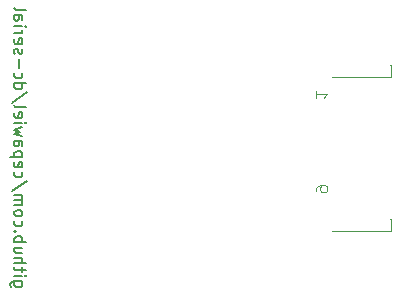
<source format=gbr>
%TF.GenerationSoftware,KiCad,Pcbnew,7.0.5-0*%
%TF.CreationDate,2023-07-07T09:12:39-05:00*%
%TF.ProjectId,DCSDv2_CP2102N,44435344-7632-45f4-9350-323130324e2e,rev?*%
%TF.SameCoordinates,Original*%
%TF.FileFunction,Legend,Bot*%
%TF.FilePolarity,Positive*%
%FSLAX46Y46*%
G04 Gerber Fmt 4.6, Leading zero omitted, Abs format (unit mm)*
G04 Created by KiCad (PCBNEW 7.0.5-0) date 2023-07-07 09:12:39*
%MOMM*%
%LPD*%
G01*
G04 APERTURE LIST*
%ADD10C,0.150000*%
%ADD11C,0.100000*%
%ADD12C,0.650000*%
%ADD13O,2.100000X1.000000*%
%ADD14O,1.600000X1.000000*%
%ADD15R,5.000000X1.000000*%
G04 APERTURE END LIST*
D10*
X135296847Y-103109524D02*
X134487323Y-103109524D01*
X134487323Y-103109524D02*
X134392085Y-103157143D01*
X134392085Y-103157143D02*
X134344466Y-103204762D01*
X134344466Y-103204762D02*
X134296847Y-103300000D01*
X134296847Y-103300000D02*
X134296847Y-103442857D01*
X134296847Y-103442857D02*
X134344466Y-103538095D01*
X134677800Y-103109524D02*
X134630180Y-103204762D01*
X134630180Y-103204762D02*
X134630180Y-103395238D01*
X134630180Y-103395238D02*
X134677800Y-103490476D01*
X134677800Y-103490476D02*
X134725419Y-103538095D01*
X134725419Y-103538095D02*
X134820657Y-103585714D01*
X134820657Y-103585714D02*
X135106371Y-103585714D01*
X135106371Y-103585714D02*
X135201609Y-103538095D01*
X135201609Y-103538095D02*
X135249228Y-103490476D01*
X135249228Y-103490476D02*
X135296847Y-103395238D01*
X135296847Y-103395238D02*
X135296847Y-103204762D01*
X135296847Y-103204762D02*
X135249228Y-103109524D01*
X134630180Y-102633333D02*
X135296847Y-102633333D01*
X135630180Y-102633333D02*
X135582561Y-102680952D01*
X135582561Y-102680952D02*
X135534942Y-102633333D01*
X135534942Y-102633333D02*
X135582561Y-102585714D01*
X135582561Y-102585714D02*
X135630180Y-102633333D01*
X135630180Y-102633333D02*
X135534942Y-102633333D01*
X135296847Y-102300000D02*
X135296847Y-101919048D01*
X135630180Y-102157143D02*
X134773038Y-102157143D01*
X134773038Y-102157143D02*
X134677800Y-102109524D01*
X134677800Y-102109524D02*
X134630180Y-102014286D01*
X134630180Y-102014286D02*
X134630180Y-101919048D01*
X134630180Y-101585714D02*
X135630180Y-101585714D01*
X134630180Y-101157143D02*
X135153990Y-101157143D01*
X135153990Y-101157143D02*
X135249228Y-101204762D01*
X135249228Y-101204762D02*
X135296847Y-101300000D01*
X135296847Y-101300000D02*
X135296847Y-101442857D01*
X135296847Y-101442857D02*
X135249228Y-101538095D01*
X135249228Y-101538095D02*
X135201609Y-101585714D01*
X135296847Y-100252381D02*
X134630180Y-100252381D01*
X135296847Y-100680952D02*
X134773038Y-100680952D01*
X134773038Y-100680952D02*
X134677800Y-100633333D01*
X134677800Y-100633333D02*
X134630180Y-100538095D01*
X134630180Y-100538095D02*
X134630180Y-100395238D01*
X134630180Y-100395238D02*
X134677800Y-100300000D01*
X134677800Y-100300000D02*
X134725419Y-100252381D01*
X134630180Y-99776190D02*
X135630180Y-99776190D01*
X135249228Y-99776190D02*
X135296847Y-99680952D01*
X135296847Y-99680952D02*
X135296847Y-99490476D01*
X135296847Y-99490476D02*
X135249228Y-99395238D01*
X135249228Y-99395238D02*
X135201609Y-99347619D01*
X135201609Y-99347619D02*
X135106371Y-99300000D01*
X135106371Y-99300000D02*
X134820657Y-99300000D01*
X134820657Y-99300000D02*
X134725419Y-99347619D01*
X134725419Y-99347619D02*
X134677800Y-99395238D01*
X134677800Y-99395238D02*
X134630180Y-99490476D01*
X134630180Y-99490476D02*
X134630180Y-99680952D01*
X134630180Y-99680952D02*
X134677800Y-99776190D01*
X134725419Y-98871428D02*
X134677800Y-98823809D01*
X134677800Y-98823809D02*
X134630180Y-98871428D01*
X134630180Y-98871428D02*
X134677800Y-98919047D01*
X134677800Y-98919047D02*
X134725419Y-98871428D01*
X134725419Y-98871428D02*
X134630180Y-98871428D01*
X134677800Y-97966667D02*
X134630180Y-98061905D01*
X134630180Y-98061905D02*
X134630180Y-98252381D01*
X134630180Y-98252381D02*
X134677800Y-98347619D01*
X134677800Y-98347619D02*
X134725419Y-98395238D01*
X134725419Y-98395238D02*
X134820657Y-98442857D01*
X134820657Y-98442857D02*
X135106371Y-98442857D01*
X135106371Y-98442857D02*
X135201609Y-98395238D01*
X135201609Y-98395238D02*
X135249228Y-98347619D01*
X135249228Y-98347619D02*
X135296847Y-98252381D01*
X135296847Y-98252381D02*
X135296847Y-98061905D01*
X135296847Y-98061905D02*
X135249228Y-97966667D01*
X134630180Y-97395238D02*
X134677800Y-97490476D01*
X134677800Y-97490476D02*
X134725419Y-97538095D01*
X134725419Y-97538095D02*
X134820657Y-97585714D01*
X134820657Y-97585714D02*
X135106371Y-97585714D01*
X135106371Y-97585714D02*
X135201609Y-97538095D01*
X135201609Y-97538095D02*
X135249228Y-97490476D01*
X135249228Y-97490476D02*
X135296847Y-97395238D01*
X135296847Y-97395238D02*
X135296847Y-97252381D01*
X135296847Y-97252381D02*
X135249228Y-97157143D01*
X135249228Y-97157143D02*
X135201609Y-97109524D01*
X135201609Y-97109524D02*
X135106371Y-97061905D01*
X135106371Y-97061905D02*
X134820657Y-97061905D01*
X134820657Y-97061905D02*
X134725419Y-97109524D01*
X134725419Y-97109524D02*
X134677800Y-97157143D01*
X134677800Y-97157143D02*
X134630180Y-97252381D01*
X134630180Y-97252381D02*
X134630180Y-97395238D01*
X134630180Y-96633333D02*
X135296847Y-96633333D01*
X135201609Y-96633333D02*
X135249228Y-96585714D01*
X135249228Y-96585714D02*
X135296847Y-96490476D01*
X135296847Y-96490476D02*
X135296847Y-96347619D01*
X135296847Y-96347619D02*
X135249228Y-96252381D01*
X135249228Y-96252381D02*
X135153990Y-96204762D01*
X135153990Y-96204762D02*
X134630180Y-96204762D01*
X135153990Y-96204762D02*
X135249228Y-96157143D01*
X135249228Y-96157143D02*
X135296847Y-96061905D01*
X135296847Y-96061905D02*
X135296847Y-95919048D01*
X135296847Y-95919048D02*
X135249228Y-95823809D01*
X135249228Y-95823809D02*
X135153990Y-95776190D01*
X135153990Y-95776190D02*
X134630180Y-95776190D01*
X135677800Y-94585715D02*
X134392085Y-95442857D01*
X134677800Y-93823810D02*
X134630180Y-93919048D01*
X134630180Y-93919048D02*
X134630180Y-94109524D01*
X134630180Y-94109524D02*
X134677800Y-94204762D01*
X134677800Y-94204762D02*
X134725419Y-94252381D01*
X134725419Y-94252381D02*
X134820657Y-94300000D01*
X134820657Y-94300000D02*
X135106371Y-94300000D01*
X135106371Y-94300000D02*
X135201609Y-94252381D01*
X135201609Y-94252381D02*
X135249228Y-94204762D01*
X135249228Y-94204762D02*
X135296847Y-94109524D01*
X135296847Y-94109524D02*
X135296847Y-93919048D01*
X135296847Y-93919048D02*
X135249228Y-93823810D01*
X134677800Y-93014286D02*
X134630180Y-93109524D01*
X134630180Y-93109524D02*
X134630180Y-93300000D01*
X134630180Y-93300000D02*
X134677800Y-93395238D01*
X134677800Y-93395238D02*
X134773038Y-93442857D01*
X134773038Y-93442857D02*
X135153990Y-93442857D01*
X135153990Y-93442857D02*
X135249228Y-93395238D01*
X135249228Y-93395238D02*
X135296847Y-93300000D01*
X135296847Y-93300000D02*
X135296847Y-93109524D01*
X135296847Y-93109524D02*
X135249228Y-93014286D01*
X135249228Y-93014286D02*
X135153990Y-92966667D01*
X135153990Y-92966667D02*
X135058752Y-92966667D01*
X135058752Y-92966667D02*
X134963514Y-93442857D01*
X135296847Y-92538095D02*
X134296847Y-92538095D01*
X135249228Y-92538095D02*
X135296847Y-92442857D01*
X135296847Y-92442857D02*
X135296847Y-92252381D01*
X135296847Y-92252381D02*
X135249228Y-92157143D01*
X135249228Y-92157143D02*
X135201609Y-92109524D01*
X135201609Y-92109524D02*
X135106371Y-92061905D01*
X135106371Y-92061905D02*
X134820657Y-92061905D01*
X134820657Y-92061905D02*
X134725419Y-92109524D01*
X134725419Y-92109524D02*
X134677800Y-92157143D01*
X134677800Y-92157143D02*
X134630180Y-92252381D01*
X134630180Y-92252381D02*
X134630180Y-92442857D01*
X134630180Y-92442857D02*
X134677800Y-92538095D01*
X134630180Y-91204762D02*
X135153990Y-91204762D01*
X135153990Y-91204762D02*
X135249228Y-91252381D01*
X135249228Y-91252381D02*
X135296847Y-91347619D01*
X135296847Y-91347619D02*
X135296847Y-91538095D01*
X135296847Y-91538095D02*
X135249228Y-91633333D01*
X134677800Y-91204762D02*
X134630180Y-91300000D01*
X134630180Y-91300000D02*
X134630180Y-91538095D01*
X134630180Y-91538095D02*
X134677800Y-91633333D01*
X134677800Y-91633333D02*
X134773038Y-91680952D01*
X134773038Y-91680952D02*
X134868276Y-91680952D01*
X134868276Y-91680952D02*
X134963514Y-91633333D01*
X134963514Y-91633333D02*
X135011133Y-91538095D01*
X135011133Y-91538095D02*
X135011133Y-91300000D01*
X135011133Y-91300000D02*
X135058752Y-91204762D01*
X135296847Y-90823809D02*
X134630180Y-90633333D01*
X134630180Y-90633333D02*
X135106371Y-90442857D01*
X135106371Y-90442857D02*
X134630180Y-90252381D01*
X134630180Y-90252381D02*
X135296847Y-90061905D01*
X134630180Y-89680952D02*
X135296847Y-89680952D01*
X135630180Y-89680952D02*
X135582561Y-89728571D01*
X135582561Y-89728571D02*
X135534942Y-89680952D01*
X135534942Y-89680952D02*
X135582561Y-89633333D01*
X135582561Y-89633333D02*
X135630180Y-89680952D01*
X135630180Y-89680952D02*
X135534942Y-89680952D01*
X134677800Y-88823810D02*
X134630180Y-88919048D01*
X134630180Y-88919048D02*
X134630180Y-89109524D01*
X134630180Y-89109524D02*
X134677800Y-89204762D01*
X134677800Y-89204762D02*
X134773038Y-89252381D01*
X134773038Y-89252381D02*
X135153990Y-89252381D01*
X135153990Y-89252381D02*
X135249228Y-89204762D01*
X135249228Y-89204762D02*
X135296847Y-89109524D01*
X135296847Y-89109524D02*
X135296847Y-88919048D01*
X135296847Y-88919048D02*
X135249228Y-88823810D01*
X135249228Y-88823810D02*
X135153990Y-88776191D01*
X135153990Y-88776191D02*
X135058752Y-88776191D01*
X135058752Y-88776191D02*
X134963514Y-89252381D01*
X134630180Y-88204762D02*
X134677800Y-88300000D01*
X134677800Y-88300000D02*
X134773038Y-88347619D01*
X134773038Y-88347619D02*
X135630180Y-88347619D01*
X135677800Y-87109524D02*
X134392085Y-87966666D01*
X134630180Y-86347619D02*
X135630180Y-86347619D01*
X134677800Y-86347619D02*
X134630180Y-86442857D01*
X134630180Y-86442857D02*
X134630180Y-86633333D01*
X134630180Y-86633333D02*
X134677800Y-86728571D01*
X134677800Y-86728571D02*
X134725419Y-86776190D01*
X134725419Y-86776190D02*
X134820657Y-86823809D01*
X134820657Y-86823809D02*
X135106371Y-86823809D01*
X135106371Y-86823809D02*
X135201609Y-86776190D01*
X135201609Y-86776190D02*
X135249228Y-86728571D01*
X135249228Y-86728571D02*
X135296847Y-86633333D01*
X135296847Y-86633333D02*
X135296847Y-86442857D01*
X135296847Y-86442857D02*
X135249228Y-86347619D01*
X134677800Y-85442857D02*
X134630180Y-85538095D01*
X134630180Y-85538095D02*
X134630180Y-85728571D01*
X134630180Y-85728571D02*
X134677800Y-85823809D01*
X134677800Y-85823809D02*
X134725419Y-85871428D01*
X134725419Y-85871428D02*
X134820657Y-85919047D01*
X134820657Y-85919047D02*
X135106371Y-85919047D01*
X135106371Y-85919047D02*
X135201609Y-85871428D01*
X135201609Y-85871428D02*
X135249228Y-85823809D01*
X135249228Y-85823809D02*
X135296847Y-85728571D01*
X135296847Y-85728571D02*
X135296847Y-85538095D01*
X135296847Y-85538095D02*
X135249228Y-85442857D01*
X135011133Y-85014285D02*
X135011133Y-84252381D01*
X134677800Y-83823809D02*
X134630180Y-83728571D01*
X134630180Y-83728571D02*
X134630180Y-83538095D01*
X134630180Y-83538095D02*
X134677800Y-83442857D01*
X134677800Y-83442857D02*
X134773038Y-83395238D01*
X134773038Y-83395238D02*
X134820657Y-83395238D01*
X134820657Y-83395238D02*
X134915895Y-83442857D01*
X134915895Y-83442857D02*
X134963514Y-83538095D01*
X134963514Y-83538095D02*
X134963514Y-83680952D01*
X134963514Y-83680952D02*
X135011133Y-83776190D01*
X135011133Y-83776190D02*
X135106371Y-83823809D01*
X135106371Y-83823809D02*
X135153990Y-83823809D01*
X135153990Y-83823809D02*
X135249228Y-83776190D01*
X135249228Y-83776190D02*
X135296847Y-83680952D01*
X135296847Y-83680952D02*
X135296847Y-83538095D01*
X135296847Y-83538095D02*
X135249228Y-83442857D01*
X134677800Y-82585714D02*
X134630180Y-82680952D01*
X134630180Y-82680952D02*
X134630180Y-82871428D01*
X134630180Y-82871428D02*
X134677800Y-82966666D01*
X134677800Y-82966666D02*
X134773038Y-83014285D01*
X134773038Y-83014285D02*
X135153990Y-83014285D01*
X135153990Y-83014285D02*
X135249228Y-82966666D01*
X135249228Y-82966666D02*
X135296847Y-82871428D01*
X135296847Y-82871428D02*
X135296847Y-82680952D01*
X135296847Y-82680952D02*
X135249228Y-82585714D01*
X135249228Y-82585714D02*
X135153990Y-82538095D01*
X135153990Y-82538095D02*
X135058752Y-82538095D01*
X135058752Y-82538095D02*
X134963514Y-83014285D01*
X134630180Y-82109523D02*
X135296847Y-82109523D01*
X135106371Y-82109523D02*
X135201609Y-82061904D01*
X135201609Y-82061904D02*
X135249228Y-82014285D01*
X135249228Y-82014285D02*
X135296847Y-81919047D01*
X135296847Y-81919047D02*
X135296847Y-81823809D01*
X134630180Y-81490475D02*
X135296847Y-81490475D01*
X135630180Y-81490475D02*
X135582561Y-81538094D01*
X135582561Y-81538094D02*
X135534942Y-81490475D01*
X135534942Y-81490475D02*
X135582561Y-81442856D01*
X135582561Y-81442856D02*
X135630180Y-81490475D01*
X135630180Y-81490475D02*
X135534942Y-81490475D01*
X134630180Y-80585714D02*
X135153990Y-80585714D01*
X135153990Y-80585714D02*
X135249228Y-80633333D01*
X135249228Y-80633333D02*
X135296847Y-80728571D01*
X135296847Y-80728571D02*
X135296847Y-80919047D01*
X135296847Y-80919047D02*
X135249228Y-81014285D01*
X134677800Y-80585714D02*
X134630180Y-80680952D01*
X134630180Y-80680952D02*
X134630180Y-80919047D01*
X134630180Y-80919047D02*
X134677800Y-81014285D01*
X134677800Y-81014285D02*
X134773038Y-81061904D01*
X134773038Y-81061904D02*
X134868276Y-81061904D01*
X134868276Y-81061904D02*
X134963514Y-81014285D01*
X134963514Y-81014285D02*
X135011133Y-80919047D01*
X135011133Y-80919047D02*
X135011133Y-80680952D01*
X135011133Y-80680952D02*
X135058752Y-80585714D01*
X134630180Y-79966666D02*
X134677800Y-80061904D01*
X134677800Y-80061904D02*
X134773038Y-80109523D01*
X134773038Y-80109523D02*
X135630180Y-80109523D01*
D11*
%TO.C,U2*%
X160127580Y-95448496D02*
X160127580Y-95258020D01*
X160127580Y-95258020D02*
X160175200Y-95162782D01*
X160175200Y-95162782D02*
X160222819Y-95115163D01*
X160222819Y-95115163D02*
X160365676Y-95019925D01*
X160365676Y-95019925D02*
X160556152Y-94972306D01*
X160556152Y-94972306D02*
X160937104Y-94972306D01*
X160937104Y-94972306D02*
X161032342Y-95019925D01*
X161032342Y-95019925D02*
X161079961Y-95067544D01*
X161079961Y-95067544D02*
X161127580Y-95162782D01*
X161127580Y-95162782D02*
X161127580Y-95353258D01*
X161127580Y-95353258D02*
X161079961Y-95448496D01*
X161079961Y-95448496D02*
X161032342Y-95496115D01*
X161032342Y-95496115D02*
X160937104Y-95543734D01*
X160937104Y-95543734D02*
X160699009Y-95543734D01*
X160699009Y-95543734D02*
X160603771Y-95496115D01*
X160603771Y-95496115D02*
X160556152Y-95448496D01*
X160556152Y-95448496D02*
X160508533Y-95353258D01*
X160508533Y-95353258D02*
X160508533Y-95162782D01*
X160508533Y-95162782D02*
X160556152Y-95067544D01*
X160556152Y-95067544D02*
X160603771Y-95019925D01*
X160603771Y-95019925D02*
X160699009Y-94972306D01*
X160127580Y-86972306D02*
X160127580Y-87543734D01*
X160127580Y-87258020D02*
X161127580Y-87258020D01*
X161127580Y-87258020D02*
X160984723Y-87353258D01*
X160984723Y-87353258D02*
X160889485Y-87448496D01*
X160889485Y-87448496D02*
X160841866Y-87543734D01*
X161500000Y-85800000D02*
X166500000Y-85800000D01*
X166500000Y-85800000D02*
X166500000Y-84800000D01*
X166500000Y-84800000D02*
X161500000Y-84800000D01*
X161500000Y-84800000D02*
X161500000Y-85800000D01*
X166500000Y-97800000D02*
X161500000Y-97800000D01*
X161500000Y-97800000D02*
X161500000Y-98800000D01*
X161500000Y-98800000D02*
X166500000Y-98800000D01*
X166500000Y-98800000D02*
X166500000Y-97800000D01*
%TD*%
%LPC*%
D12*
%TO.C,P1*%
X136600000Y-88910000D03*
X136600000Y-94690000D03*
D13*
X137130000Y-87480000D03*
D14*
X132950000Y-87480000D03*
D13*
X137130000Y-96120000D03*
D14*
X132950000Y-96120000D03*
%TD*%
D15*
%TO.C,U2*%
X164000000Y-87300000D03*
X164000000Y-89300000D03*
X164000000Y-91300000D03*
X164000000Y-93300000D03*
X164000000Y-95300000D03*
X164000000Y-85300000D03*
X164000000Y-98300000D03*
%TD*%
%LPD*%
M02*

</source>
